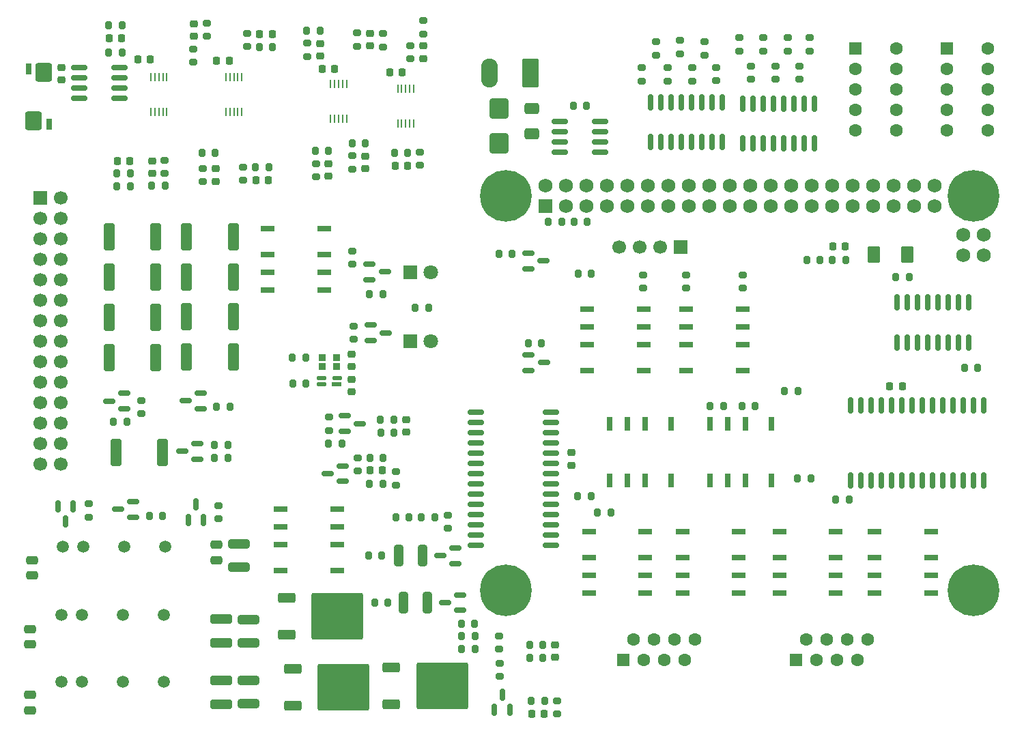
<source format=gbr>
%TF.GenerationSoftware,KiCad,Pcbnew,9.0.2*%
%TF.CreationDate,2025-11-22T22:47:38+01:00*%
%TF.ProjectId,playduino_sheep_tester,706c6179-6475-4696-9e6f-5f7368656570,rev?*%
%TF.SameCoordinates,Original*%
%TF.FileFunction,Soldermask,Top*%
%TF.FilePolarity,Negative*%
%FSLAX46Y46*%
G04 Gerber Fmt 4.6, Leading zero omitted, Abs format (unit mm)*
G04 Created by KiCad (PCBNEW 9.0.2) date 2025-11-22 22:47:38*
%MOMM*%
%LPD*%
G01*
G04 APERTURE LIST*
G04 Aperture macros list*
%AMRoundRect*
0 Rectangle with rounded corners*
0 $1 Rounding radius*
0 $2 $3 $4 $5 $6 $7 $8 $9 X,Y pos of 4 corners*
0 Add a 4 corners polygon primitive as box body*
4,1,4,$2,$3,$4,$5,$6,$7,$8,$9,$2,$3,0*
0 Add four circle primitives for the rounded corners*
1,1,$1+$1,$2,$3*
1,1,$1+$1,$4,$5*
1,1,$1+$1,$6,$7*
1,1,$1+$1,$8,$9*
0 Add four rect primitives between the rounded corners*
20,1,$1+$1,$2,$3,$4,$5,0*
20,1,$1+$1,$4,$5,$6,$7,0*
20,1,$1+$1,$6,$7,$8,$9,0*
20,1,$1+$1,$8,$9,$2,$3,0*%
G04 Aperture macros list end*
%ADD10C,1.498600*%
%ADD11RoundRect,0.200000X-0.200000X-0.275000X0.200000X-0.275000X0.200000X0.275000X-0.200000X0.275000X0*%
%ADD12RoundRect,0.200000X0.200000X0.275000X-0.200000X0.275000X-0.200000X-0.275000X0.200000X-0.275000X0*%
%ADD13RoundRect,0.200000X-0.275000X0.200000X-0.275000X-0.200000X0.275000X-0.200000X0.275000X0.200000X0*%
%ADD14RoundRect,0.225000X0.225000X0.250000X-0.225000X0.250000X-0.225000X-0.250000X0.225000X-0.250000X0*%
%ADD15RoundRect,0.243600X0.771400X-0.901400X0.771400X0.901400X-0.771400X0.901400X-0.771400X-0.901400X0*%
%ADD16RoundRect,0.091200X0.288800X-0.608800X0.288800X0.608800X-0.288800X0.608800X-0.288800X-0.608800X0*%
%ADD17RoundRect,0.190000X0.190000X-0.510000X0.190000X0.510000X-0.190000X0.510000X-0.190000X-0.510000X0*%
%ADD18RoundRect,0.249999X0.790001X1.550001X-0.790001X1.550001X-0.790001X-1.550001X0.790001X-1.550001X0*%
%ADD19O,2.080000X3.600000*%
%ADD20RoundRect,0.250000X-1.100000X0.325000X-1.100000X-0.325000X1.100000X-0.325000X1.100000X0.325000X0*%
%ADD21RoundRect,0.250000X-1.075000X0.312500X-1.075000X-0.312500X1.075000X-0.312500X1.075000X0.312500X0*%
%ADD22RoundRect,0.250000X-0.475000X0.250000X-0.475000X-0.250000X0.475000X-0.250000X0.475000X0.250000X0*%
%ADD23RoundRect,0.250000X0.425000X1.425000X-0.425000X1.425000X-0.425000X-1.425000X0.425000X-1.425000X0*%
%ADD24RoundRect,0.150000X-0.587500X-0.150000X0.587500X-0.150000X0.587500X0.150000X-0.587500X0.150000X0*%
%ADD25RoundRect,0.150000X0.825000X0.150000X-0.825000X0.150000X-0.825000X-0.150000X0.825000X-0.150000X0*%
%ADD26RoundRect,0.250000X-0.312500X-1.075000X0.312500X-1.075000X0.312500X1.075000X-0.312500X1.075000X0*%
%ADD27RoundRect,0.150000X0.150000X-0.587500X0.150000X0.587500X-0.150000X0.587500X-0.150000X-0.587500X0*%
%ADD28R,1.800000X0.800000*%
%ADD29RoundRect,0.200000X0.275000X-0.200000X0.275000X0.200000X-0.275000X0.200000X-0.275000X-0.200000X0*%
%ADD30RoundRect,0.150000X0.587500X0.150000X-0.587500X0.150000X-0.587500X-0.150000X0.587500X-0.150000X0*%
%ADD31RoundRect,0.225000X-0.225000X-0.250000X0.225000X-0.250000X0.225000X0.250000X-0.225000X0.250000X0*%
%ADD32R,1.700000X1.700000*%
%ADD33C,1.700000*%
%ADD34RoundRect,0.250000X-0.850000X-0.350000X0.850000X-0.350000X0.850000X0.350000X-0.850000X0.350000X0*%
%ADD35RoundRect,0.249997X-2.950003X-2.650003X2.950003X-2.650003X2.950003X2.650003X-2.950003X2.650003X0*%
%ADD36RoundRect,0.150000X-0.150000X0.587500X-0.150000X-0.587500X0.150000X-0.587500X0.150000X0.587500X0*%
%ADD37R,0.250000X1.100000*%
%ADD38R,1.800000X1.800000*%
%ADD39C,1.800000*%
%ADD40RoundRect,0.150000X-0.150000X0.875000X-0.150000X-0.875000X0.150000X-0.875000X0.150000X0.875000X0*%
%ADD41RoundRect,0.225000X-0.250000X0.225000X-0.250000X-0.225000X0.250000X-0.225000X0.250000X0.225000X0*%
%ADD42RoundRect,0.225000X0.250000X-0.225000X0.250000X0.225000X-0.250000X0.225000X-0.250000X-0.225000X0*%
%ADD43R,0.800000X1.800000*%
%ADD44RoundRect,0.250000X-0.650000X0.412500X-0.650000X-0.412500X0.650000X-0.412500X0.650000X0.412500X0*%
%ADD45RoundRect,0.102000X-0.350000X-0.350000X0.350000X-0.350000X0.350000X0.350000X-0.350000X0.350000X0*%
%ADD46RoundRect,0.102000X-0.699000X-0.699000X0.699000X-0.699000X0.699000X0.699000X-0.699000X0.699000X0*%
%ADD47C,1.602000*%
%ADD48RoundRect,0.102000X-0.450000X-0.175000X0.450000X-0.175000X0.450000X0.175000X-0.450000X0.175000X0*%
%ADD49RoundRect,0.102000X-0.500000X-0.175000X0.500000X-0.175000X0.500000X0.175000X-0.500000X0.175000X0*%
%ADD50RoundRect,0.250000X-0.900000X1.000000X-0.900000X-1.000000X0.900000X-1.000000X0.900000X1.000000X0*%
%ADD51RoundRect,0.150000X-0.150000X0.825000X-0.150000X-0.825000X0.150000X-0.825000X0.150000X0.825000X0*%
%ADD52RoundRect,0.150000X0.150000X-0.825000X0.150000X0.825000X-0.150000X0.825000X-0.150000X-0.825000X0*%
%ADD53RoundRect,0.250000X-0.425000X-1.425000X0.425000X-1.425000X0.425000X1.425000X-0.425000X1.425000X0*%
%ADD54RoundRect,0.102000X-0.675000X-0.900000X0.675000X-0.900000X0.675000X0.900000X-0.675000X0.900000X0*%
%ADD55R,1.600000X1.600000*%
%ADD56C,1.600000*%
%ADD57RoundRect,0.150000X0.875000X0.150000X-0.875000X0.150000X-0.875000X-0.150000X0.875000X-0.150000X0*%
%ADD58RoundRect,0.102000X-0.762000X-0.762000X0.762000X-0.762000X0.762000X0.762000X-0.762000X0.762000X0*%
%ADD59C,1.728000*%
%ADD60C,6.404000*%
G04 APERTURE END LIST*
D10*
%TO.C,U10*%
X81530000Y-128250000D03*
X84070000Y-128250000D03*
X89150000Y-128250000D03*
X94230000Y-128250000D03*
%TD*%
%TO.C,U9*%
X81532081Y-119900787D03*
X84072081Y-119900787D03*
X89152081Y-119900787D03*
X94232081Y-119900787D03*
%TD*%
%TO.C,U8*%
X81690000Y-111501687D03*
X84230000Y-111501687D03*
X89310000Y-111501687D03*
X94390000Y-111501687D03*
%TD*%
D11*
%TO.C,R111*%
X177550000Y-105600000D03*
X179200000Y-105600000D03*
%TD*%
D12*
%TO.C,R110*%
X147191754Y-105212834D03*
X145541754Y-105212834D03*
%TD*%
D13*
%TO.C,R109*%
X91400000Y-93350000D03*
X91400000Y-95000000D03*
%TD*%
D11*
%TO.C,R108*%
X100505203Y-98827689D03*
X102155203Y-98827689D03*
%TD*%
%TO.C,R107*%
X171181238Y-92169450D03*
X172831238Y-92169450D03*
%TD*%
%TO.C,R106*%
X172775000Y-103000000D03*
X174425000Y-103000000D03*
%TD*%
D12*
%TO.C,R105*%
X195145534Y-89305835D03*
X193495534Y-89305835D03*
%TD*%
D11*
%TO.C,R104*%
X126150000Y-107800000D03*
X127800000Y-107800000D03*
%TD*%
%TO.C,R103*%
X122950000Y-107800000D03*
X124600000Y-107800000D03*
%TD*%
D13*
%TO.C,R102*%
X123000000Y-103825000D03*
X123000000Y-102175000D03*
%TD*%
D12*
%TO.C,R101*%
X116266360Y-98726195D03*
X114616360Y-98726195D03*
%TD*%
%TO.C,R47*%
X131125000Y-122600000D03*
X132775000Y-122600000D03*
%TD*%
D11*
%TO.C,R100*%
X131150000Y-124200000D03*
X132800000Y-124200000D03*
%TD*%
%TO.C,R99*%
X131105914Y-121072343D03*
X132755914Y-121072343D03*
%TD*%
%TO.C,R98*%
X147975000Y-107200000D03*
X149625000Y-107200000D03*
%TD*%
%TO.C,R11*%
X90033594Y-66747746D03*
X88383594Y-66747746D03*
%TD*%
D12*
%TO.C,R10*%
X88375000Y-65200000D03*
X90025000Y-65200000D03*
%TD*%
D14*
%TO.C,C15*%
X88419357Y-63628351D03*
X89969357Y-63628351D03*
%TD*%
D12*
%TO.C,R71*%
X141025000Y-86200000D03*
X139375000Y-86200000D03*
%TD*%
D15*
%TO.C,R8*%
X78060000Y-58620000D03*
D16*
X79965000Y-59065000D03*
D17*
X77425000Y-52205000D03*
D15*
X79330000Y-52650000D03*
%TD*%
D18*
%TO.C,J1*%
X139680000Y-52675000D03*
D19*
X134600000Y-52675000D03*
%TD*%
D20*
%TO.C,C12*%
X101330000Y-128050000D03*
X101330000Y-131000000D03*
%TD*%
D21*
%TO.C,R4*%
X103530000Y-111125000D03*
X103530000Y-114050000D03*
%TD*%
D12*
%TO.C,R69*%
X163625000Y-94050000D03*
X161975000Y-94050000D03*
%TD*%
D11*
%TO.C,R48*%
X120350000Y-118400000D03*
X122000000Y-118400000D03*
%TD*%
D22*
%TO.C,C8*%
X100730000Y-111250000D03*
X100730000Y-113150000D03*
%TD*%
D13*
%TO.C,R84*%
X158215000Y-48675000D03*
X158215000Y-50325000D03*
%TD*%
D23*
%TO.C,R42*%
X102800000Y-87970000D03*
X97000000Y-87970000D03*
%TD*%
D24*
%TO.C,Q15*%
X139455000Y-87700000D03*
X139455000Y-89600000D03*
X141330000Y-88650000D03*
%TD*%
D25*
%TO.C,U11*%
X88680000Y-55860000D03*
X88680000Y-54590000D03*
X88680000Y-53320000D03*
X88680000Y-52050000D03*
X83730000Y-52050000D03*
X83730000Y-53320000D03*
X83730000Y-54590000D03*
X83730000Y-55860000D03*
%TD*%
D26*
%TO.C,R96*%
X123937500Y-118400000D03*
X126862500Y-118400000D03*
%TD*%
D12*
%TO.C,R62*%
X121365418Y-103703186D03*
X119715418Y-103703186D03*
%TD*%
D13*
%TO.C,R93*%
X171545000Y-48327500D03*
X171545000Y-49977500D03*
%TD*%
D14*
%TO.C,C18*%
X88993041Y-48400000D03*
X87443041Y-48400000D03*
%TD*%
D27*
%TO.C,Q8*%
X135212923Y-131712628D03*
X137112923Y-131712628D03*
X136162923Y-129837628D03*
%TD*%
D28*
%TO.C,K8*%
X158530000Y-109635000D03*
X158530000Y-112835000D03*
X158530000Y-115035000D03*
X158530000Y-117235000D03*
X165530000Y-117235000D03*
X165530000Y-115035000D03*
X165530000Y-112835000D03*
X165530000Y-109635000D03*
%TD*%
D29*
%TO.C,R14*%
X97877316Y-51391728D03*
X97877316Y-49741728D03*
%TD*%
D30*
%TO.C,Q2*%
X98345000Y-100609639D03*
X98345000Y-98709639D03*
X96470000Y-99659639D03*
%TD*%
D13*
%TO.C,R83*%
X156715000Y-52075000D03*
X156715000Y-53725000D03*
%TD*%
D12*
%TO.C,R54*%
X122739435Y-97295983D03*
X121089435Y-97295983D03*
%TD*%
D13*
%TO.C,R50*%
X142969158Y-130606229D03*
X142969158Y-132256229D03*
%TD*%
D31*
%TO.C,C14*%
X177180000Y-74250000D03*
X178730000Y-74250000D03*
%TD*%
D28*
%TO.C,K1*%
X115700000Y-114400000D03*
X115700000Y-111200000D03*
X115700000Y-109000000D03*
X115700000Y-106800000D03*
X108700000Y-106800000D03*
X108700000Y-109000000D03*
X108700000Y-111200000D03*
X108700000Y-114400000D03*
%TD*%
D11*
%TO.C,R2*%
X145058789Y-71150491D03*
X146708789Y-71150491D03*
%TD*%
D13*
%TO.C,R19*%
X98995753Y-64564082D03*
X98995753Y-66214082D03*
%TD*%
%TO.C,R89*%
X170045000Y-51827500D03*
X170045000Y-53477500D03*
%TD*%
D32*
%TO.C,J2*%
X78860000Y-68210000D03*
D33*
X81400000Y-68210000D03*
X78860000Y-70750000D03*
X81400000Y-70750000D03*
X78860000Y-73290000D03*
X81400000Y-73290000D03*
X78860000Y-75830000D03*
X81400000Y-75830000D03*
X78860000Y-78370000D03*
X81400000Y-78370000D03*
X78860000Y-80910000D03*
X81400000Y-80910000D03*
X78860000Y-83450000D03*
X81400000Y-83450000D03*
X78860000Y-85990000D03*
X81400000Y-85990000D03*
X78860000Y-88530000D03*
X81400000Y-88530000D03*
X78860000Y-91070000D03*
X81400000Y-91070000D03*
X78860000Y-93610000D03*
X81400000Y-93610000D03*
X78860000Y-96150000D03*
X81400000Y-96150000D03*
X78860000Y-98690000D03*
X81400000Y-98690000D03*
X78860000Y-101230000D03*
X81400000Y-101230000D03*
%TD*%
D29*
%TO.C,R78*%
X117762573Y-85742289D03*
X117762573Y-84092289D03*
%TD*%
D34*
%TO.C,Q5*%
X109400000Y-117792500D03*
D35*
X115700000Y-120072500D03*
D34*
X109400000Y-122352500D03*
%TD*%
D11*
%TO.C,R56*%
X119743579Y-100460261D03*
X121393579Y-100460261D03*
%TD*%
D30*
%TO.C,Q3*%
X89312500Y-94350000D03*
X89312500Y-92450000D03*
X87437500Y-93400000D03*
%TD*%
D11*
%TO.C,R95*%
X184975000Y-78000000D03*
X186625000Y-78000000D03*
%TD*%
D24*
%TO.C,Q19*%
X119826735Y-83987268D03*
X119826735Y-85887268D03*
X121701735Y-84937268D03*
%TD*%
D36*
%TO.C,Q14*%
X82950000Y-106462500D03*
X81050000Y-106462500D03*
X82000000Y-108337500D03*
%TD*%
D28*
%TO.C,K3*%
X153690857Y-89619229D03*
X153690857Y-86419229D03*
X153690857Y-84219229D03*
X153690857Y-82019229D03*
X146690857Y-82019229D03*
X146690857Y-84219229D03*
X146690857Y-86419229D03*
X146690857Y-89619229D03*
%TD*%
D37*
%TO.C,U4*%
X92577953Y-57521795D03*
X93077953Y-57521795D03*
X93577953Y-57521795D03*
X94077953Y-57521795D03*
X94577953Y-57521795D03*
X94577953Y-53221795D03*
X94077953Y-53221795D03*
X93577953Y-53221795D03*
X93077953Y-53221795D03*
X92577953Y-53221795D03*
%TD*%
D12*
%TO.C,R33*%
X102120000Y-100459639D03*
X100470000Y-100459639D03*
%TD*%
D13*
%TO.C,R44*%
X135837923Y-125910128D03*
X135837923Y-127560128D03*
%TD*%
%TO.C,R64*%
X84875494Y-106156204D03*
X84875494Y-107806204D03*
%TD*%
D30*
%TO.C,Q7*%
X130337500Y-113550000D03*
X130337500Y-111650000D03*
X128462500Y-112600000D03*
%TD*%
D29*
%TO.C,R13*%
X94326649Y-65200000D03*
X94326649Y-63550000D03*
%TD*%
D11*
%TO.C,R53*%
X121073959Y-95722257D03*
X122723959Y-95722257D03*
%TD*%
D38*
%TO.C,D3*%
X124800000Y-77450000D03*
D39*
X127340000Y-77450000D03*
%TD*%
D11*
%TO.C,R1*%
X141880000Y-71140000D03*
X143530000Y-71140000D03*
%TD*%
D40*
%TO.C,U3*%
X195854170Y-93924543D03*
X194584170Y-93924543D03*
X193314170Y-93924543D03*
X192044170Y-93924543D03*
X190774170Y-93924543D03*
X189504170Y-93924543D03*
X188234170Y-93924543D03*
X186964170Y-93924543D03*
X185694170Y-93924543D03*
X184424170Y-93924543D03*
X183154170Y-93924543D03*
X181884170Y-93924543D03*
X180614170Y-93924543D03*
X179344170Y-93924543D03*
X179344170Y-103224543D03*
X180614170Y-103224543D03*
X181884170Y-103224543D03*
X183154170Y-103224543D03*
X184424170Y-103224543D03*
X185694170Y-103224543D03*
X186964170Y-103224543D03*
X188234170Y-103224543D03*
X189504170Y-103224543D03*
X190774170Y-103224543D03*
X192044170Y-103224543D03*
X193314170Y-103224543D03*
X194584170Y-103224543D03*
X195854170Y-103224543D03*
%TD*%
D13*
%TO.C,R28*%
X117600000Y-63000000D03*
X117600000Y-64650000D03*
%TD*%
%TO.C,R60*%
X125986450Y-62530388D03*
X125986450Y-64180388D03*
%TD*%
D12*
%TO.C,R72*%
X94066806Y-107668734D03*
X92416806Y-107668734D03*
%TD*%
D41*
%TO.C,C33*%
X117449499Y-90734977D03*
X117449499Y-92284977D03*
%TD*%
D31*
%TO.C,C22*%
X106084277Y-47850886D03*
X107634277Y-47850886D03*
%TD*%
D23*
%TO.C,R36*%
X93200000Y-78041037D03*
X87400000Y-78041037D03*
%TD*%
D13*
%TO.C,R81*%
X153445000Y-52075000D03*
X153445000Y-53725000D03*
%TD*%
D11*
%TO.C,R49*%
X139575000Y-123650000D03*
X141225000Y-123650000D03*
%TD*%
D41*
%TO.C,C19*%
X100600000Y-64600000D03*
X100600000Y-66150000D03*
%TD*%
%TO.C,C24*%
X119183597Y-63040914D03*
X119183597Y-64590914D03*
%TD*%
D14*
%TO.C,C4*%
X102312135Y-51175940D03*
X100762135Y-51175940D03*
%TD*%
D12*
%TO.C,R17*%
X89017041Y-46815375D03*
X87367041Y-46815375D03*
%TD*%
D14*
%TO.C,C31*%
X124424132Y-64248982D03*
X122874132Y-64248982D03*
%TD*%
D13*
%TO.C,R68*%
X166000000Y-77775000D03*
X166000000Y-79425000D03*
%TD*%
D11*
%TO.C,R65*%
X145575000Y-77600000D03*
X147225000Y-77600000D03*
%TD*%
D37*
%TO.C,U6*%
X114880000Y-58350000D03*
X115380000Y-58350000D03*
X115880000Y-58350000D03*
X116380000Y-58350000D03*
X116880000Y-58350000D03*
X116880000Y-54050000D03*
X116380000Y-54050000D03*
X115880000Y-54050000D03*
X115380000Y-54050000D03*
X114880000Y-54050000D03*
%TD*%
D42*
%TO.C,C16*%
X92750644Y-65150644D03*
X92750644Y-63600644D03*
%TD*%
D41*
%TO.C,C13*%
X81530000Y-52040000D03*
X81530000Y-53590000D03*
%TD*%
D30*
%TO.C,Q9*%
X130937500Y-119350000D03*
X130937500Y-117450000D03*
X129062500Y-118400000D03*
%TD*%
D43*
%TO.C,K5*%
X169530000Y-96250000D03*
X166330000Y-96250000D03*
X164130000Y-96250000D03*
X161930000Y-96250000D03*
X161930000Y-103250000D03*
X164130000Y-103250000D03*
X166330000Y-103250000D03*
X169530000Y-103250000D03*
%TD*%
D21*
%TO.C,R3*%
X104730000Y-120525000D03*
X104730000Y-123450000D03*
%TD*%
D44*
%TO.C,F1*%
X139800000Y-57112500D03*
X139800000Y-60237500D03*
%TD*%
D45*
%TO.C,D2*%
X113803380Y-88000000D03*
X113803380Y-89100000D03*
X115633380Y-89100000D03*
X115633380Y-88000000D03*
%TD*%
D13*
%TO.C,R26*%
X113041066Y-63943922D03*
X113041066Y-65593922D03*
%TD*%
%TO.C,R92*%
X168545000Y-48327500D03*
X168545000Y-49977500D03*
%TD*%
D23*
%TO.C,R38*%
X93200000Y-88021037D03*
X87400000Y-88021037D03*
%TD*%
D13*
%TO.C,R46*%
X135800000Y-122550000D03*
X135800000Y-124200000D03*
%TD*%
%TO.C,R67*%
X159000000Y-77775000D03*
X159000000Y-79425000D03*
%TD*%
D28*
%TO.C,K10*%
X182330000Y-109650000D03*
X182330000Y-112850000D03*
X182330000Y-115050000D03*
X182330000Y-117250000D03*
X189330000Y-117250000D03*
X189330000Y-115050000D03*
X189330000Y-112850000D03*
X189330000Y-109650000D03*
%TD*%
D14*
%TO.C,C5*%
X115375000Y-52200000D03*
X113825000Y-52200000D03*
%TD*%
D30*
%TO.C,Q4*%
X98754367Y-94334005D03*
X98754367Y-92434005D03*
X96879367Y-93384005D03*
%TD*%
D12*
%TO.C,R51*%
X141425000Y-130600000D03*
X139775000Y-130600000D03*
%TD*%
D42*
%TO.C,C27*%
X142752105Y-125227270D03*
X142752105Y-123677270D03*
%TD*%
D24*
%TO.C,Q18*%
X119725000Y-76427273D03*
X119725000Y-78327273D03*
X121600000Y-77377273D03*
%TD*%
D13*
%TO.C,R82*%
X155215000Y-48825000D03*
X155215000Y-50475000D03*
%TD*%
D24*
%TO.C,Q11*%
X116651325Y-95250000D03*
X116651325Y-97150000D03*
X118526325Y-96200000D03*
%TD*%
D42*
%TO.C,C21*%
X113565546Y-50598533D03*
X113565546Y-49048533D03*
%TD*%
D29*
%TO.C,R76*%
X112000000Y-50650000D03*
X112000000Y-49000000D03*
%TD*%
D22*
%TO.C,C7*%
X77830000Y-113150000D03*
X77830000Y-115050000D03*
%TD*%
D34*
%TO.C,Q6*%
X122425000Y-126445000D03*
D35*
X128725000Y-128725000D03*
D34*
X122425000Y-131005000D03*
%TD*%
D26*
%TO.C,R97*%
X123337500Y-112600000D03*
X126262500Y-112600000D03*
%TD*%
D46*
%TO.C,J4*%
X172570000Y-125500000D03*
D47*
X173840000Y-122960000D03*
X175110000Y-125500000D03*
X176380000Y-122960000D03*
X177650000Y-125500000D03*
X178920000Y-122960000D03*
X180190000Y-125500000D03*
X181460000Y-122960000D03*
%TD*%
D41*
%TO.C,C25*%
X126409444Y-49344010D03*
X126409444Y-50894010D03*
%TD*%
D12*
%TO.C,R61*%
X124450000Y-62600000D03*
X122800000Y-62600000D03*
%TD*%
D13*
%TO.C,R85*%
X159715000Y-52075000D03*
X159715000Y-53725000D03*
%TD*%
D48*
%TO.C,U13*%
X113768380Y-90600000D03*
X113768380Y-91300000D03*
D49*
X115618380Y-91300000D03*
D48*
X115668380Y-90600000D03*
%TD*%
D29*
%TO.C,R20*%
X104033421Y-66006579D03*
X104033421Y-64356579D03*
%TD*%
D38*
%TO.C,D4*%
X124800000Y-85950000D03*
D39*
X127340000Y-85950000D03*
%TD*%
D28*
%TO.C,K4*%
X165963125Y-89612587D03*
X165963125Y-86412587D03*
X165963125Y-84212587D03*
X165963125Y-82012587D03*
X158963125Y-82012587D03*
X158963125Y-84212587D03*
X158963125Y-86412587D03*
X158963125Y-89612587D03*
%TD*%
D37*
%TO.C,U7*%
X123200000Y-58950000D03*
X123700000Y-58950000D03*
X124200000Y-58950000D03*
X124700000Y-58950000D03*
X125200000Y-58950000D03*
X125200000Y-54650000D03*
X124700000Y-54650000D03*
X124200000Y-54650000D03*
X123700000Y-54650000D03*
X123200000Y-54650000D03*
%TD*%
D28*
%TO.C,K7*%
X146930000Y-109635000D03*
X146930000Y-112835000D03*
X146930000Y-115035000D03*
X146930000Y-117235000D03*
X153930000Y-117235000D03*
X153930000Y-115035000D03*
X153930000Y-112835000D03*
X153930000Y-109635000D03*
%TD*%
D50*
%TO.C,D1*%
X135800000Y-57125000D03*
X135800000Y-61425000D03*
%TD*%
D22*
%TO.C,C11*%
X77630000Y-129850000D03*
X77630000Y-131750000D03*
%TD*%
D11*
%TO.C,R7*%
X173950168Y-75933088D03*
X175600168Y-75933088D03*
%TD*%
D28*
%TO.C,K9*%
X170530000Y-109650000D03*
X170530000Y-112850000D03*
X170530000Y-115050000D03*
X170530000Y-117250000D03*
X177530000Y-117250000D03*
X177530000Y-115050000D03*
X177530000Y-112850000D03*
X177530000Y-109650000D03*
%TD*%
D34*
%TO.C,Q10*%
X110175000Y-126645000D03*
D35*
X116475000Y-128925000D03*
D34*
X110175000Y-131205000D03*
%TD*%
D11*
%TO.C,R32*%
X87975000Y-96000000D03*
X89625000Y-96000000D03*
%TD*%
D51*
%TO.C,U12*%
X194004170Y-81174543D03*
X192734170Y-81174543D03*
X191464170Y-81174543D03*
X190194170Y-81174543D03*
X188924170Y-81174543D03*
X187654170Y-81174543D03*
X186384170Y-81174543D03*
X185114170Y-81174543D03*
X185114170Y-86124543D03*
X186384170Y-86124543D03*
X187654170Y-86124543D03*
X188924170Y-86124543D03*
X190194170Y-86124543D03*
X191464170Y-86124543D03*
X192734170Y-86124543D03*
X194004170Y-86124543D03*
%TD*%
D21*
%TO.C,R5*%
X104730000Y-128050000D03*
X104730000Y-130975000D03*
%TD*%
D42*
%TO.C,C28*%
X124253363Y-97279848D03*
X124253363Y-95729848D03*
%TD*%
D13*
%TO.C,R45*%
X129400000Y-107575000D03*
X129400000Y-109225000D03*
%TD*%
D12*
%TO.C,R79*%
X121350732Y-80135043D03*
X119700732Y-80135043D03*
%TD*%
D37*
%TO.C,U5*%
X101880000Y-57521795D03*
X102380000Y-57521795D03*
X102880000Y-57521795D03*
X103380000Y-57521795D03*
X103880000Y-57521795D03*
X103880000Y-53221795D03*
X103380000Y-53221795D03*
X102880000Y-53221795D03*
X102380000Y-53221795D03*
X101880000Y-53221795D03*
%TD*%
D13*
%TO.C,R90*%
X173045000Y-51827500D03*
X173045000Y-53477500D03*
%TD*%
D29*
%TO.C,R15*%
X99530000Y-48174704D03*
X99530000Y-46524704D03*
%TD*%
D12*
%TO.C,R80*%
X127050000Y-81800000D03*
X125400000Y-81800000D03*
%TD*%
D29*
%TO.C,R23*%
X104530000Y-49450000D03*
X104530000Y-47800000D03*
%TD*%
D52*
%TO.C,U17*%
X166025000Y-61475000D03*
X167295000Y-61475000D03*
X168565000Y-61475000D03*
X169835000Y-61475000D03*
X171105000Y-61475000D03*
X172375000Y-61475000D03*
X173645000Y-61475000D03*
X174915000Y-61475000D03*
X174915000Y-56525000D03*
X173645000Y-56525000D03*
X172375000Y-56525000D03*
X171105000Y-56525000D03*
X169835000Y-56525000D03*
X168565000Y-56525000D03*
X167295000Y-56525000D03*
X166025000Y-56525000D03*
%TD*%
D13*
%TO.C,R59*%
X118200000Y-47750000D03*
X118200000Y-49400000D03*
%TD*%
D29*
%TO.C,R57*%
X114651325Y-97075000D03*
X114651325Y-95425000D03*
%TD*%
D14*
%TO.C,C26*%
X141379124Y-132192453D03*
X139829124Y-132192453D03*
%TD*%
D13*
%TO.C,R55*%
X118270076Y-100424735D03*
X118270076Y-102074735D03*
%TD*%
D31*
%TO.C,C20*%
X105621794Y-66006760D03*
X107171794Y-66006760D03*
%TD*%
D13*
%TO.C,R86*%
X161215000Y-48825000D03*
X161215000Y-50475000D03*
%TD*%
D41*
%TO.C,C32*%
X117444660Y-87593429D03*
X117444660Y-89143429D03*
%TD*%
D24*
%TO.C,Q17*%
X139438181Y-75072805D03*
X139438181Y-76972805D03*
X141313181Y-76022805D03*
%TD*%
D53*
%TO.C,R34*%
X87400000Y-73051037D03*
X93200000Y-73051037D03*
%TD*%
D13*
%TO.C,R29*%
X126400000Y-46200000D03*
X126400000Y-47850000D03*
%TD*%
D52*
%TO.C,U16*%
X154555000Y-61275000D03*
X155825000Y-61275000D03*
X157095000Y-61275000D03*
X158365000Y-61275000D03*
X159635000Y-61275000D03*
X160905000Y-61275000D03*
X162175000Y-61275000D03*
X163445000Y-61275000D03*
X163445000Y-56325000D03*
X162175000Y-56325000D03*
X160905000Y-56325000D03*
X159635000Y-56325000D03*
X158365000Y-56325000D03*
X157095000Y-56325000D03*
X155825000Y-56325000D03*
X154555000Y-56325000D03*
%TD*%
D13*
%TO.C,R66*%
X153600000Y-77775000D03*
X153600000Y-79425000D03*
%TD*%
D30*
%TO.C,Q16*%
X90400000Y-107800000D03*
X90400000Y-105900000D03*
X88525000Y-106850000D03*
%TD*%
D43*
%TO.C,K2*%
X157130000Y-96250000D03*
X153930000Y-96250000D03*
X151730000Y-96250000D03*
X149530000Y-96250000D03*
X149530000Y-103250000D03*
X151730000Y-103250000D03*
X153930000Y-103250000D03*
X157130000Y-103250000D03*
%TD*%
D54*
%TO.C,S1*%
X182275000Y-75200000D03*
X186425000Y-75200000D03*
%TD*%
D13*
%TO.C,R88*%
X167045000Y-51827500D03*
X167045000Y-53477500D03*
%TD*%
D11*
%TO.C,R75*%
X110175000Y-91200000D03*
X111825000Y-91200000D03*
%TD*%
D46*
%TO.C,J5*%
X151170000Y-125545000D03*
D47*
X152440000Y-123005000D03*
X153710000Y-125545000D03*
X154980000Y-123005000D03*
X156250000Y-125545000D03*
X157520000Y-123005000D03*
X158790000Y-125545000D03*
X160060000Y-123005000D03*
%TD*%
D11*
%TO.C,R24*%
X106038366Y-49460493D03*
X107688366Y-49460493D03*
%TD*%
D22*
%TO.C,C10*%
X77630000Y-121700000D03*
X77630000Y-123600000D03*
%TD*%
D12*
%TO.C,R35*%
X102391867Y-94134005D03*
X100741867Y-94134005D03*
%TD*%
D32*
%TO.C,J3*%
X158322382Y-74312587D03*
D33*
X155782382Y-74312587D03*
X153242382Y-74312587D03*
X150702382Y-74312587D03*
%TD*%
D13*
%TO.C,R63*%
X101000000Y-106375000D03*
X101000000Y-108025000D03*
%TD*%
D42*
%TO.C,C1*%
X144763072Y-101375000D03*
X144763072Y-99825000D03*
%TD*%
D11*
%TO.C,R18*%
X98924982Y-62600000D03*
X100574982Y-62600000D03*
%TD*%
D13*
%TO.C,R77*%
X117600000Y-74775000D03*
X117600000Y-76425000D03*
%TD*%
D11*
%TO.C,R25*%
X112975000Y-62400000D03*
X114625000Y-62400000D03*
%TD*%
D12*
%TO.C,R52*%
X141198139Y-125238053D03*
X139548139Y-125238053D03*
%TD*%
D11*
%TO.C,R21*%
X105575000Y-64400000D03*
X107225000Y-64400000D03*
%TD*%
D53*
%TO.C,R41*%
X97000000Y-82980000D03*
X102800000Y-82980000D03*
%TD*%
D42*
%TO.C,C17*%
X97892309Y-48150000D03*
X97892309Y-46600000D03*
%TD*%
D12*
%TO.C,R9*%
X178761573Y-75933088D03*
X177111573Y-75933088D03*
%TD*%
D14*
%TO.C,C6*%
X123775000Y-52600000D03*
X122225000Y-52600000D03*
%TD*%
D53*
%TO.C,R39*%
X97000000Y-73000000D03*
X102800000Y-73000000D03*
%TD*%
D31*
%TO.C,C29*%
X119776325Y-102005939D03*
X121326325Y-102005939D03*
%TD*%
D29*
%TO.C,R58*%
X121404775Y-49481406D03*
X121404775Y-47831406D03*
%TD*%
D11*
%TO.C,R43*%
X119575000Y-112600000D03*
X121225000Y-112600000D03*
%TD*%
D20*
%TO.C,C9*%
X101330000Y-120450000D03*
X101330000Y-123400000D03*
%TD*%
D13*
%TO.C,R91*%
X165545000Y-48327500D03*
X165545000Y-49977500D03*
%TD*%
D27*
%TO.C,Q13*%
X97250000Y-108137500D03*
X99150000Y-108137500D03*
X98200000Y-106262500D03*
%TD*%
D53*
%TO.C,R37*%
X87400000Y-83031037D03*
X93200000Y-83031037D03*
%TD*%
D12*
%TO.C,R6*%
X146625000Y-56800000D03*
X144975000Y-56800000D03*
%TD*%
D14*
%TO.C,C2*%
X185775000Y-91600000D03*
X184225000Y-91600000D03*
%TD*%
D55*
%TO.C,U14*%
X180000000Y-49640000D03*
D56*
X180000000Y-52180000D03*
X180000000Y-54720000D03*
X180000000Y-57260000D03*
X180000000Y-59800000D03*
X185080000Y-59800000D03*
X185080000Y-57260000D03*
X185080000Y-54720000D03*
X185080000Y-52180000D03*
X185080000Y-49640000D03*
%TD*%
D12*
%TO.C,R12*%
X94369203Y-66690619D03*
X92719203Y-66690619D03*
%TD*%
D13*
%TO.C,R87*%
X162715000Y-52000000D03*
X162715000Y-53650000D03*
%TD*%
D12*
%TO.C,R74*%
X111793954Y-87993954D03*
X110143954Y-87993954D03*
%TD*%
D13*
%TO.C,R30*%
X124806366Y-49300278D03*
X124806366Y-50950278D03*
%TD*%
D55*
%TO.C,U15*%
X191330000Y-49640000D03*
D56*
X191330000Y-52180000D03*
X191330000Y-54720000D03*
X191330000Y-57260000D03*
X191330000Y-59800000D03*
X196410000Y-59800000D03*
X196410000Y-57260000D03*
X196410000Y-54720000D03*
X196410000Y-52180000D03*
X196410000Y-49640000D03*
%TD*%
D30*
%TO.C,Q12*%
X116404898Y-103360813D03*
X116404898Y-101460813D03*
X114529898Y-102410813D03*
%TD*%
D53*
%TO.C,R31*%
X88270000Y-99793963D03*
X94070000Y-99793963D03*
%TD*%
D57*
%TO.C,U2*%
X142230000Y-111280000D03*
X142230000Y-110010000D03*
X142230000Y-108740000D03*
X142230000Y-107470000D03*
X142230000Y-106200000D03*
X142230000Y-104930000D03*
X142230000Y-103660000D03*
X142230000Y-102390000D03*
X142230000Y-101120000D03*
X142230000Y-99850000D03*
X142230000Y-98580000D03*
X142230000Y-97310000D03*
X142230000Y-96040000D03*
X142230000Y-94770000D03*
X132930000Y-94770000D03*
X132930000Y-96040000D03*
X132930000Y-97310000D03*
X132930000Y-98580000D03*
X132930000Y-99850000D03*
X132930000Y-101120000D03*
X132930000Y-102390000D03*
X132930000Y-103660000D03*
X132930000Y-104930000D03*
X132930000Y-106200000D03*
X132930000Y-107470000D03*
X132930000Y-108740000D03*
X132930000Y-110010000D03*
X132930000Y-111280000D03*
%TD*%
D14*
%TO.C,C3*%
X92536624Y-51006036D03*
X90986624Y-51006036D03*
%TD*%
D41*
%TO.C,C23*%
X114597596Y-63980284D03*
X114597596Y-65530284D03*
%TD*%
D11*
%TO.C,R16*%
X87375000Y-50200000D03*
X89025000Y-50200000D03*
%TD*%
D12*
%TO.C,R22*%
X113582958Y-47481855D03*
X111932958Y-47481855D03*
%TD*%
D25*
%TO.C,Q1*%
X148275000Y-62505000D03*
X148275000Y-61235000D03*
X148275000Y-59965000D03*
X148275000Y-58695000D03*
X143325000Y-58695000D03*
X143325000Y-59965000D03*
X143325000Y-61235000D03*
X143325000Y-62505000D03*
%TD*%
D58*
%TO.C,U1*%
X141500000Y-69200000D03*
D59*
X141500000Y-66660000D03*
X144040000Y-69200000D03*
X144040000Y-66660000D03*
X146580000Y-69200000D03*
X146580000Y-66660000D03*
X149120000Y-69200000D03*
X149120000Y-66660000D03*
X151660000Y-69200000D03*
X151660000Y-66660000D03*
X154200000Y-69200000D03*
X154200000Y-66660000D03*
X156740000Y-69200000D03*
X156740000Y-66660000D03*
X159280000Y-69200000D03*
X159280000Y-66660000D03*
X161820000Y-69200000D03*
X161820000Y-66660000D03*
X164360000Y-69200000D03*
X164360000Y-66660000D03*
X166900000Y-69200000D03*
X166900000Y-66660000D03*
X169440000Y-69200000D03*
X169440000Y-66660000D03*
X171980000Y-69200000D03*
X171980000Y-66660000D03*
X174520000Y-69200000D03*
X174520000Y-66660000D03*
X177060000Y-69200000D03*
X177060000Y-66660000D03*
X179600000Y-69200000D03*
X179600000Y-66660000D03*
X182140000Y-69200000D03*
X182140000Y-66660000D03*
X184680000Y-69200000D03*
X184680000Y-66660000D03*
X187220000Y-69200000D03*
X187220000Y-66660000D03*
X189760000Y-69200000D03*
X189760000Y-66660000D03*
X195860000Y-75323000D03*
X195860000Y-72783000D03*
X193320000Y-75323000D03*
X193320000Y-72783000D03*
D60*
X136630000Y-67930000D03*
X194630000Y-67930000D03*
X194630000Y-116930000D03*
X136630000Y-116930000D03*
%TD*%
D28*
%TO.C,K6*%
X107100000Y-72000000D03*
X107100000Y-75200000D03*
X107100000Y-77400000D03*
X107100000Y-79600000D03*
X114100000Y-79600000D03*
X114100000Y-77400000D03*
X114100000Y-75200000D03*
X114100000Y-72000000D03*
%TD*%
D41*
%TO.C,C30*%
X119804775Y-47806406D03*
X119804775Y-49356406D03*
%TD*%
D11*
%TO.C,R73*%
X135735308Y-75151134D03*
X137385308Y-75151134D03*
%TD*%
D12*
%TO.C,R70*%
X167538313Y-94050000D03*
X165888313Y-94050000D03*
%TD*%
D23*
%TO.C,R40*%
X102800000Y-77990000D03*
X97000000Y-77990000D03*
%TD*%
D12*
%TO.C,R27*%
X119204223Y-61474257D03*
X117554223Y-61474257D03*
%TD*%
D13*
%TO.C,R94*%
X174295000Y-48327500D03*
X174295000Y-49977500D03*
%TD*%
M02*

</source>
